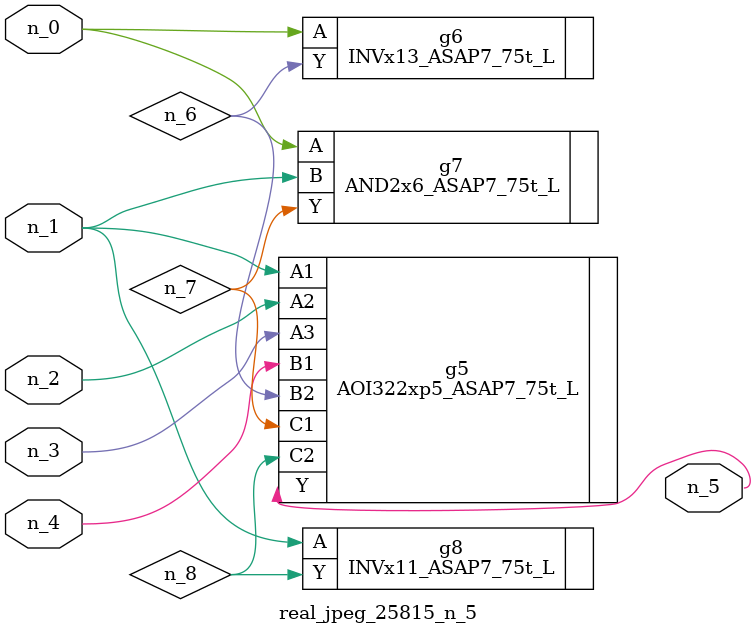
<source format=v>
module real_jpeg_25815_n_5 (n_4, n_0, n_1, n_2, n_3, n_5);

input n_4;
input n_0;
input n_1;
input n_2;
input n_3;

output n_5;

wire n_8;
wire n_6;
wire n_7;

INVx13_ASAP7_75t_L g6 ( 
.A(n_0),
.Y(n_6)
);

AND2x6_ASAP7_75t_L g7 ( 
.A(n_0),
.B(n_1),
.Y(n_7)
);

AOI322xp5_ASAP7_75t_L g5 ( 
.A1(n_1),
.A2(n_2),
.A3(n_3),
.B1(n_4),
.B2(n_6),
.C1(n_7),
.C2(n_8),
.Y(n_5)
);

INVx11_ASAP7_75t_L g8 ( 
.A(n_1),
.Y(n_8)
);


endmodule
</source>
